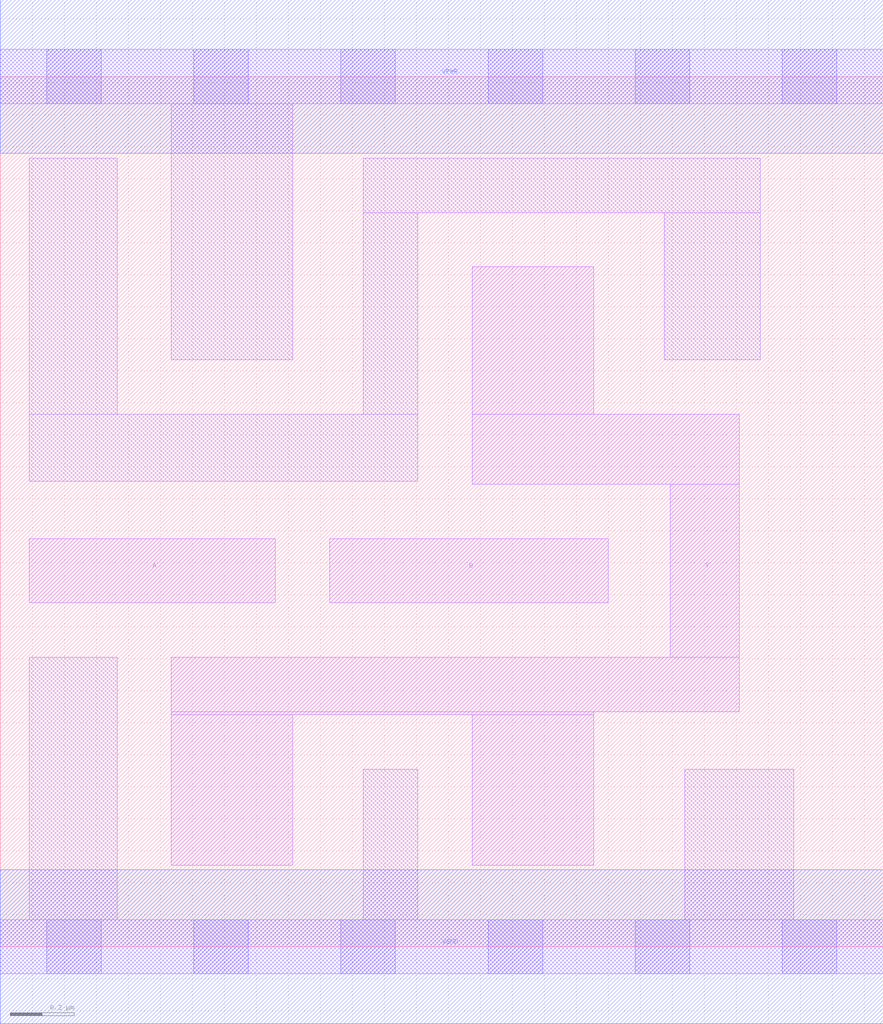
<source format=lef>
# Copyright 2020 The SkyWater PDK Authors
#
# Licensed under the Apache License, Version 2.0 (the "License");
# you may not use this file except in compliance with the License.
# You may obtain a copy of the License at
#
#     https://www.apache.org/licenses/LICENSE-2.0
#
# Unless required by applicable law or agreed to in writing, software
# distributed under the License is distributed on an "AS IS" BASIS,
# WITHOUT WARRANTIES OR CONDITIONS OF ANY KIND, either express or implied.
# See the License for the specific language governing permissions and
# limitations under the License.
#
# SPDX-License-Identifier: Apache-2.0

VERSION 5.7 ;
  NAMESCASESENSITIVE ON ;
  NOWIREEXTENSIONATPIN ON ;
  DIVIDERCHAR "/" ;
  BUSBITCHARS "[]" ;
UNITS
  DATABASE MICRONS 200 ;
END UNITS
PROPERTYDEFINITIONS
  MACRO maskLayoutSubType STRING ;
  MACRO prCellType STRING ;
  MACRO originalViewName STRING ;
END PROPERTYDEFINITIONS
MACRO sky130_fd_sc_hdll__nor2_2
  CLASS CORE ;
  FOREIGN sky130_fd_sc_hdll__nor2_2 ;
  ORIGIN  0.000000  0.000000 ;
  SIZE  2.760000 BY  2.720000 ;
  SYMMETRY X Y R90 ;
  SITE unithd ;
  PIN A
    ANTENNAGATEAREA  0.555000 ;
    DIRECTION INPUT ;
    USE SIGNAL ;
    PORT
      LAYER li1 ;
        RECT 0.090000 1.075000 0.860000 1.275000 ;
    END
  END A
  PIN B
    ANTENNAGATEAREA  0.555000 ;
    DIRECTION INPUT ;
    USE SIGNAL ;
    PORT
      LAYER li1 ;
        RECT 1.030000 1.075000 1.900000 1.275000 ;
    END
  END B
  PIN VGND
    ANTENNADIFFAREA  0.601250 ;
    DIRECTION INOUT ;
    USE SIGNAL ;
    PORT
      LAYER met1 ;
        RECT 0.000000 -0.240000 2.760000 0.240000 ;
    END
  END VGND
  PIN VPWR
    ANTENNADIFFAREA  0.290000 ;
    DIRECTION INOUT ;
    USE SIGNAL ;
    PORT
      LAYER met1 ;
        RECT 0.000000 2.480000 2.760000 2.960000 ;
    END
  END VPWR
  PIN Y
    ANTENNADIFFAREA  0.771000 ;
    DIRECTION OUTPUT ;
    USE SIGNAL ;
    PORT
      LAYER li1 ;
        RECT 0.535000 0.255000 0.915000 0.725000 ;
        RECT 0.535000 0.725000 1.855000 0.735000 ;
        RECT 0.535000 0.735000 2.310000 0.905000 ;
        RECT 1.475000 0.255000 1.855000 0.725000 ;
        RECT 1.475000 1.445000 2.310000 1.665000 ;
        RECT 1.475000 1.665000 1.855000 2.125000 ;
        RECT 2.095000 0.905000 2.310000 1.445000 ;
    END
  END Y
  OBS
    LAYER li1 ;
      RECT 0.000000 -0.085000 2.760000 0.085000 ;
      RECT 0.000000  2.635000 2.760000 2.805000 ;
      RECT 0.090000  0.085000 0.365000 0.905000 ;
      RECT 0.090000  1.455000 1.305000 1.665000 ;
      RECT 0.090000  1.665000 0.365000 2.465000 ;
      RECT 0.535000  1.835000 0.915000 2.635000 ;
      RECT 1.135000  0.085000 1.305000 0.555000 ;
      RECT 1.135000  1.665000 1.305000 2.295000 ;
      RECT 1.135000  2.295000 2.375000 2.465000 ;
      RECT 2.075000  1.835000 2.375000 2.295000 ;
      RECT 2.140000  0.085000 2.480000 0.555000 ;
    LAYER mcon ;
      RECT 0.145000 -0.085000 0.315000 0.085000 ;
      RECT 0.145000  2.635000 0.315000 2.805000 ;
      RECT 0.605000 -0.085000 0.775000 0.085000 ;
      RECT 0.605000  2.635000 0.775000 2.805000 ;
      RECT 1.065000 -0.085000 1.235000 0.085000 ;
      RECT 1.065000  2.635000 1.235000 2.805000 ;
      RECT 1.525000 -0.085000 1.695000 0.085000 ;
      RECT 1.525000  2.635000 1.695000 2.805000 ;
      RECT 1.985000 -0.085000 2.155000 0.085000 ;
      RECT 1.985000  2.635000 2.155000 2.805000 ;
      RECT 2.445000 -0.085000 2.615000 0.085000 ;
      RECT 2.445000  2.635000 2.615000 2.805000 ;
  END
  PROPERTY maskLayoutSubType "abstract" ;
  PROPERTY prCellType "standard" ;
  PROPERTY originalViewName "layout" ;
END sky130_fd_sc_hdll__nor2_2
END LIBRARY

</source>
